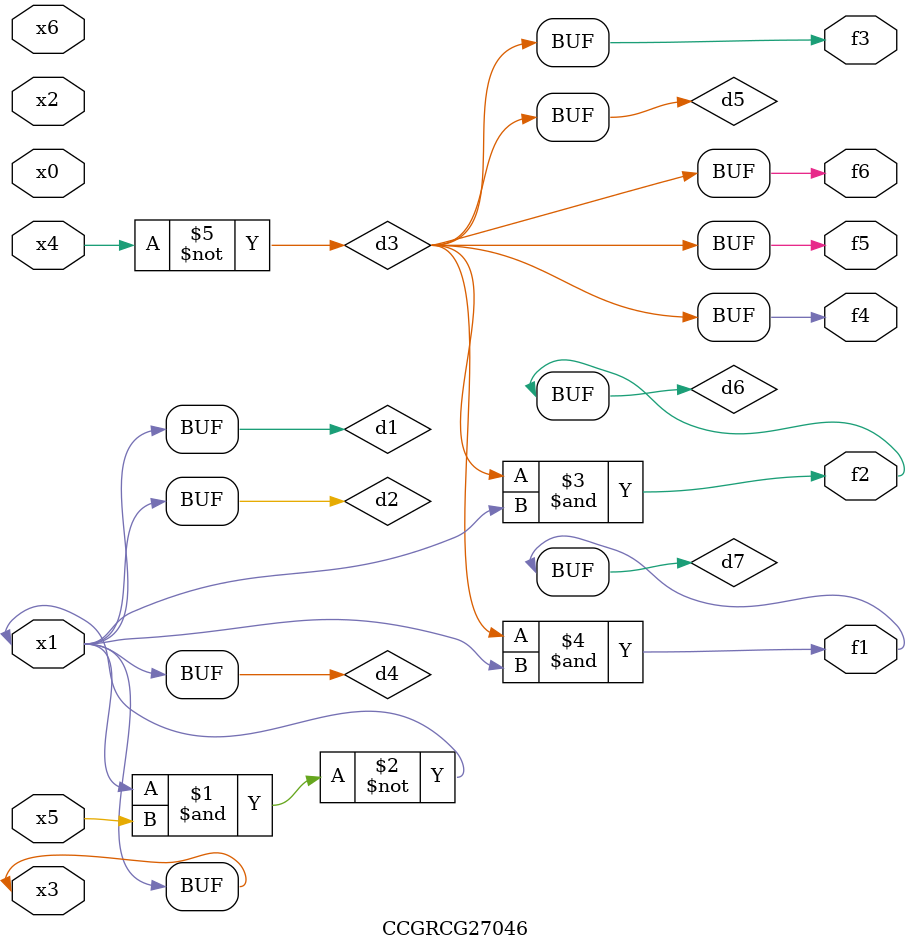
<source format=v>
module CCGRCG27046(
	input x0, x1, x2, x3, x4, x5, x6,
	output f1, f2, f3, f4, f5, f6
);

	wire d1, d2, d3, d4, d5, d6, d7;

	buf (d1, x1, x3);
	nand (d2, x1, x5);
	not (d3, x4);
	buf (d4, d1, d2);
	buf (d5, d3);
	and (d6, d3, d4);
	and (d7, d3, d4);
	assign f1 = d7;
	assign f2 = d6;
	assign f3 = d5;
	assign f4 = d5;
	assign f5 = d5;
	assign f6 = d5;
endmodule

</source>
